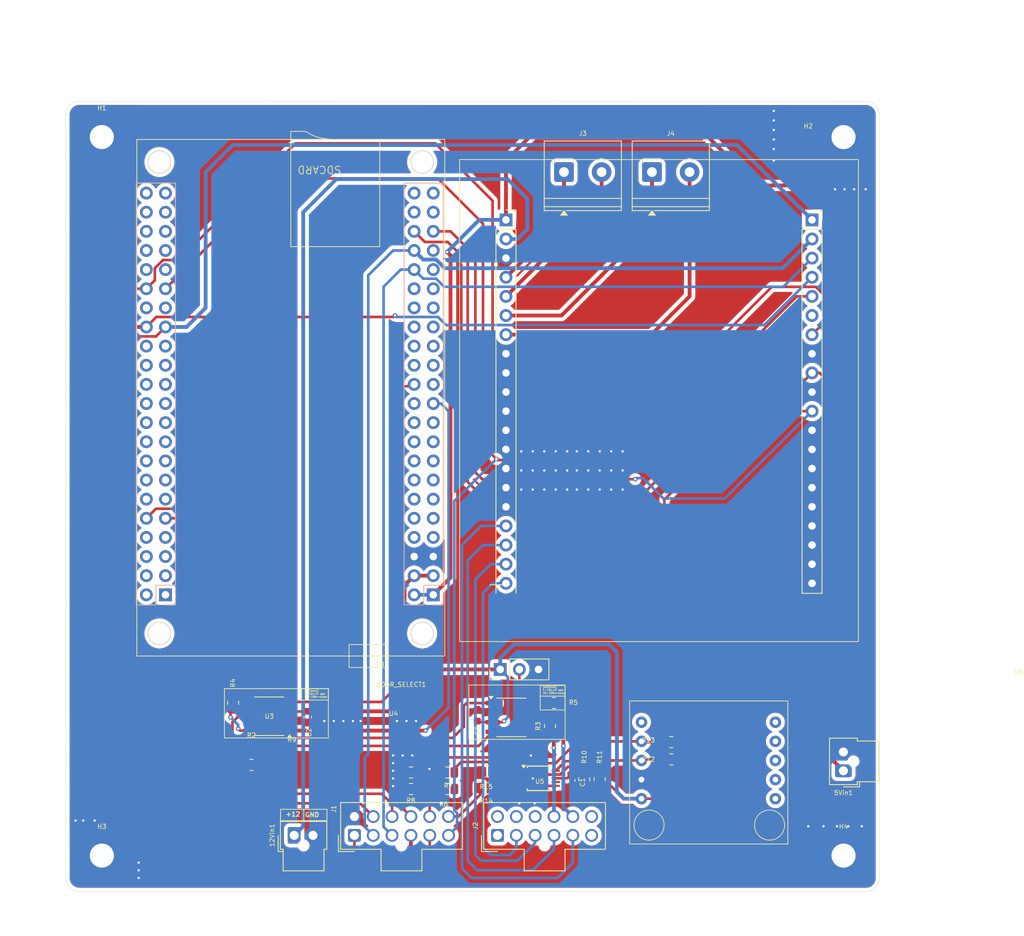
<source format=kicad_pcb>
(kicad_pcb (version 20241229) (generator "pcbnew") (generator_version "9.0")
  (layers (0 "F.Cu" signal) (2 "B.Cu" signal) (13 "F.Paste" user) (15 "B.Paste" user) (5 "F.SilkS" user "F.Silkscreen") (7 "B.SilkS" user "B.Silkscreen") (1 "F.Mask" user) (3 "B.Mask" user) (25 "Edge.Cuts" user))
  (net 0 "")
  (net 1 "APPS_IN2")
  (net 3 "GND")
  (net 8 "12V")
  (net 10 "STM_RX")
  (net 16 "5V")
  (net 23 "STM_TX")
  (net 24 "APPS_IN1")
  (net 25 "Net-(U3-Rs)")
  (net 29 "Net-(U4-Rs)")
  (net 38 "3V3")
  (net 52 "CAN2_RX")
  (net 53 "CAN1_TX")
  (net 65 "SCK")
  (net 71 "MISO")
  (net 80 "MOSI")
  (net 81 "SS")
  (net 84 "SDA")
  (net 86 "CAN1_RX")
  (net 87 "SCL")
  (net 88 "CAN2_TX")
  (net 92 "ESC1_LO")
  (net 93 "ESC1_HI")
  (net 94 "STEER")
  (net 95 "ESC2_HI")
  (net 98 "ADDR")
  (net 99 "ESC2_LO")
  (net 106 "APPS2")
  (net 107 "WS_RR")
  (net 108 "WS_RL")
  (net 109 "WS_FL")
  (net 110 "WS_FR")
  (net 111 "STEER_IN")
  (net 115 "APPS1")
  (net 119 "WS_FRo")
  (net 120 "WS_FLo")
  (net 121 "WS_RLo")
  (net 122 "WS_RRo")
  (footprint "Resistor_SMD:R_0805_2012Metric" (layer "F.Cu") (at 115.57 123.5475 90)
    (property "Reference" "R11")
    (property "Value" "10K")
  )
  (footprint "TerminalBlock_Phoenix:TerminalBlock_Phoenix_PT-1,5-2-5.0-H_1x02_P5.00mm_Horizontal" (layer "F.Cu") (at 110.824 42.926)
    (property "Reference" "J3")
    (property "Value" "wsout1")
  )
  (footprint "Resistor_SMD:R_0805_2012Metric" (layer "F.Cu") (at 113.511166 123.5475 90)
    (property "Reference" "R10")
    (property "Value" "10K")
  )
  (footprint "MountingHole:MountingHole_3.2mm_M3_ISO7380_Pad_TopBottom" (layer "F.Cu") (at 49.464269 133.687751)
    (property "Reference" "H3")
    (property "Value" "MountingHole_Pad")
  )
  (footprint "Package_SO:SOIC-8_3.9x4.9mm_P1.27mm" (layer "F.Cu") (at 103.8475 115.3395)
    (property "Reference" "U4")
    (property "Value" "SN65HVD230" (hide yes))
  )
  (footprint "0_bno055:0_BNO055" (layer "F.Cu") (at 129.118 139.637 180)
    (property "Reference" "U2" (hide yes))
    (property "Value" "~" (hide yes))
  )
  (footprint "Package_SO:TSSOP-10_3x3mm_P0.5mm" (layer "F.Cu") (at 107.578 123.428)
    (property "Reference" "U5")
    (property "Value" "ADS1115IDGS" (hide yes))
  )
  (footprint "Resistor_SMD:R_0805_2012Metric" (layer "F.Cu") (at 109.474 113.4345 180)
    (property "Reference" "R5")
    (property "Value" "1K")
  )
  (footprint "Connector_Molex:Molex_Nano-Fit_105309-xx02_1x02_P2.50mm_Vertical" (layer "F.Cu") (at 75 131 90)
    (property "Reference" "12Vin1")
    (property "Value" "Conn_01x02")
  )
  (footprint "Connector_Molex:Molex_Nano-Fit_105309-xx02_1x02_P2.50mm_Vertical" (layer "F.Cu") (at 147.927 122.428 180)
    (property "Reference" "5Vin1")
    (property "Value" "Conn_01x02")
  )
  (footprint "Resistor_SMD:R_0805_2012Metric" (layer "F.Cu") (at 100.6 124.714)
    (property "Reference" "R14")
    (property "Value" "5K")
  )
  (footprint "Capacitor_SMD:C_0603_1608Metric" (layer "F.Cu") (at 76.800389 115.306299 -90)
    (property "Reference" "C2")
    (property "Value" "0.1uF")
  )
  (footprint "Resistor_SMD:R_0805_2012Metric" (layer "F.Cu") (at 90.5275 122.65)
    (property "Reference" "R9")
    (property "Value" "3K3")
  )
  (footprint "Resistor_SMD:R_0805_2012Metric" (layer "F.Cu") (at 125.0715 120.904 180)
    (property "Reference" "R12")
    (property "Value" "10K")
  )
  (footprint "Resistor_SMD:R_0805_2012Metric" (layer "F.Cu") (at 100.6 122.514)
    (property "Reference" "R15")
    (property "Value" "3K3")
  )
  (footprint "Resistor_SMD:R_0805_2012Metric" (layer "F.Cu") (at 108.966 116.4825 -90)
    (property "Reference" "R3")
    (property "Value" "120")
  )
  (footprint "Connector_Molex:Molex_Nano-Fit_105310-xx12_2x06_P2.50mm_Vertical" (layer "F.Cu") (at 102 131 90)
    (property "Reference" "J2")
    (property "Value" "SIGNAL 2")
  )
  (footprint "Resistor_SMD:R_0805_2012Metric" (layer "F.Cu") (at 69.330889 121.643299 180)
    (property "Reference" "R2")
    (property "Value" "120")
  )
  (footprint "TerminalBlock_Phoenix:TerminalBlock_Phoenix_PT-1,5-2-5.0-H_1x02_P5.00mm_Horizontal" (layer "F.Cu") (at 122.508 42.926)
    (property "Reference" "J4")
    (property "Value" "wsout2")
  )
  (footprint "0_CUSTOM_PCB:wheelspeed" (layer "F.Cu") (at 123.444 36.196)
    (property "Reference" "U6")
    (property "Value" "~")
  )
  (footprint "Connector_PinHeader_2.54mm:PinHeader_1x03_P2.54mm_Vertical" (layer "F.Cu") (at 102.362 108.966 90)
    (property "Reference" "ADDR_SELECT1")
    (property "Value" "Conn_01x03")
  )
  (footprint "Capacitor_SMD:C_0603_1608Metric" (layer "F.Cu") (at 111.76 123.711 90)
    (property "Reference" "C1")
    (property "Value" "0.1uF")
  )
  (footprint "MountingHole:MountingHole_3.2mm_M3_ISO7380_Pad_TopBottom" (layer "F.Cu") (at 147.943572 38.288408)
    (property "Reference" "H2")
    (property "Value" "MountingHole_Pad")
  )
  (footprint "Package_SO:SOIC-8_3.9x4.9mm_P1.27mm" (layer "F.Cu") (at 71.693 115.189 180)
    (property "Reference" "U3")
    (property "Value" "SN65HVD230" (hide yes))
  )
  (footprint "Resistor_SMD:R_0805_2012Metric" (layer "F.Cu") (at 90.5275 124.85)
    (property "Reference" "R8")
    (property "Value" "5K")
  )
  (footprint "Resistor_SMD:R_0805_2012Metric" (layer "F.Cu") (at 95.3535 122.65)
    (property "Reference" "R7")
    (property "Value" "3K3")
  )
  (footprint "Resistor_SMD:R_0805_2012Metric" (layer "F.Cu") (at 95.3535 124.85)
    (property "Reference" "R6")
    (property "Value" "5K")
  )
  (footprint "Connector_Molex:Molex_Nano-Fit_105310-xx12_2x06_P2.50mm_Vertical" (layer "F.Cu") (at 83 131 90)
    (property "Reference" "J1")
    (property "Value" "SIGNAL 1")
  )
  (footprint "MountingHole:MountingHole_3.2mm_M3_ISO7380_Pad_TopBottom" (layer "F.Cu") (at 49.455797 38.279777)
    (property "Reference" "H1")
    (property "Value" "MountingHole_Pad")
  )
  (footprint "Resistor_SMD:R_0805_2012Metric" (layer "F.Cu") (at 66.894389 113.411799 -90)
    (property "Reference" "R4")
    (property "Value" "1K" (hide yes))
  )
  (footprint "Capacitor_SMD:C_0603_1608Metric" (layer "F.Cu") (at 99.314 115.049 90)
    (property "Reference" "C3")
    (property "Value" "0.1uF")
  )
  (footprint "MountingHole:MountingHole_3.2mm_M3_ISO7380_Pad_TopBottom" (layer "F.Cu") (at 147.943636 133.687528)
    (property "Reference" "H4")
    (property "Value" "MountingHole_Pad")
  )
  (footprint "Resistor_SMD:R_0805_2012Metric" (layer "F.Cu") (at 125.0715 118.618 180)
    (property "Reference" "R13")
    (property "Value" "10K")
  )
  (footprint "0_MCU:STM32H7XX" (layer "F.Cu") (at 83.312 115.824 180)
    (property "Reference" "U1")
    (property "Value" "~")
    (fp_circle (center 26.206 74.226) (end 27.706 74.226) (stroke (width 0.1)) (fill no) (layer "Edge.Cuts"))
    (fp_circle (center 26.206 11.636) (end 27.706 11.636) (stroke (width 0.1)) (fill no) (layer "Edge.Cuts"))
    (fp_circle (center -8.684 74.226) (end -7.184 74.226) (stroke (width 0.1)) (fill no) (layer "Edge.Cuts"))
    (fp_circle (center -8.684 11.636) (end -7.184 11.636) (stroke (width 0.1)) (fill no) (layer "Edge.Cuts"))
  )
  (gr_rect (start 98.1945 111.037243) (end 110.980755 118.252718) (stroke (width 0.1)) (fill no) (layer "F.SilkS"))
  (gr_rect (start 65.735675 111.520638) (end 79.53793 118.063385) (stroke (width 0.1)) (fill no) (layer "F.SilkS"))
  (gr_line (start 76.272142 127.540059) (end 76.272142 129.050266) (stroke (width 0.1)) (layer "F.SilkS"))
  (gr_line (start 107.682439 112.516969) (end 110.947876 112.516969) (stroke (width 0.1)) (layer "F.SilkS"))
  (gr_rect (start 75.978486 111.519953) (end 79.534486 113.043953) (stroke (width 0.1)) (fill no) (layer "F.SilkS"))
  (gr_rect (start 107.669647 111.094513) (end 110.979426 114.346876) (stroke (width 0.1)) (fill no) (layer "F.SilkS"))
  (gr_rect (start 73.194377 127.540059) (end 79.349907 129.050266) (stroke (width 0.1)) (fill no) (layer "F.SilkS"))
  (gr_line (start 44.691795 35.295767) (end 44.703775 136.68023) (stroke (width 0.05)) (layer "Edge.Cuts"))
  (gr_arc (start 152.704 136.680233) (mid 152.186277 137.93019) (end 150.936356 138.448) (stroke (width 0.05)) (layer "Edge.Cuts"))
  (gr_arc (start 44.691794 35.295767) (mid 45.213136 34.037136) (end 46.471767 33.515794) (stroke (width 0.05)) (layer "Edge.Cuts"))
  (gr_arc (start 150.936233 33.528) (mid 152.186233 34.045767) (end 152.704 35.295767) (stroke (width 0.05)) (layer "Edge.Cuts"))
  (gr_line (start 46.47177 138.448225) (end 150.936356 138.448) (stroke (width 0.05)) (layer "Edge.Cuts"))
  (gr_line (start 152.704 136.680233) (end 152.704 35.2958) (stroke (width 0.05)) (layer "Edge.Cuts"))
  (gr_arc (start 46.471767 138.448225) (mid 45.221608 137.930392) (end 44.703775 136.680233) (stroke (width 0.05)) (layer "Edge.Cuts"))
  (gr_line (start 150.936233 33.528001) (end 46.4718 33.515794) (stroke (width 0.05)) (layer "Edge.Cuts"))
  (gr_text "(optional)\n1-10k=hi spd\n10-100k=slope	" (at 107.977637 112.244181 0) (layer "F.SilkS") (effects (font (size 0.25 0.25) (thickness 0.05) (bold yes)) (justify left bottom)))
  (gr_text "(optional)\n1-10k=hi spd\n10-100k=slope	" (at 76.338993 112.753299 0) (layer "F.SilkS") (effects (font (size 0.25 0.25) (thickness 0.05) (bold yes)) (justify left bottom)))
  (gr_text "+12" (at 73.828288 128.544319 0) (layer "F.SilkS") (effects (font (size 0.6 0.6) (thickness 0.12) (bold yes)) (justify left bottom)))
  (gr_text "GND" (at 76.393388 128.619031 0) (layer "F.SilkS") (effects (font (size 0.6 0.6) (thickness 0.12) (bold yes)) (justify left bottom)))
  (segment (start 93 125.948) (end 94.098 124.85) (width 0.35) (layer "F.Cu") (net 1))
  (segment (start 94.098 124.85) (end 94.441 124.85) (width 0.35) (layer "F.Cu") (net 1))
  (segment (start 93 128.5) (end 93 125.948) (width 0.35) (layer "F.Cu") (net 1))
  (segment (start 100.724 125.388804) (end 102.081196 126.746) (width 0.35) (layer "F.Cu") (net 3))
  (segment (start 99.6875 122.514) (end 100.724 123.5505) (width 0.35) (layer "F.Cu") (net 3))
  (segment (start 99.314 114.274) (end 100.942 114.274) (width 0.35) (layer "F.Cu") (net 3))
  (segment (start 102.081196 126.746) (end 104.902 126.746) (width 0.35) (layer "F.Cu") (net 3))
  (segment (start 100.942 114.274) (end 101.3725 114.7045) (width 0.35) (layer "F.Cu") (net 3))
  (segment (start 100.724 123.5505) (end 100.724 125.388804) (width 0.35) (layer "F.Cu") (net 3))
  (segment (start 105.428 123.428) (end 106.664 123.428) (width 0.35) (layer "F.Cu") (net 3))
  (segment (start 106.664 123.428) (end 106.68 123.444) (width 0.35) (layer "F.Cu") (net 3))
  (via (at 117.094 80.01) (size 0.6) (drill 0.3) (layers "F.Cu" "B.Cu") (net 3))
  (via (at 104.902 126.746) (size 0.6) (drill 0.3) (layers "F.Cu" "B.Cu") (net 3))
  (via (at 106.426 120.396) (size 0.6) (drill 0.3) (layers "F.Cu" "B.Cu") (net 3))
  (via (at 88.138 120.396) (size 0.6) (drill 0.3) (layers "F.Cu" "B.Cu") (net 3))
  (via (at 117.094 82.55) (size 0.6) (drill 0.3) (layers "F.Cu" "B.Cu") (net 3))
  (via (at 118.618 82.55) (size 0.6) (drill 0.3) (layers "F.Cu" "B.Cu") (net 3))
  (via (at 108.204 82.55) (size 0.6) (drill 0.3) (layers "F.Cu" "B.Cu") (net 3))
  (via (at 89.916 115.824) (size 0.6) (drill 0.3) (layers "F.Cu" "B.Cu") (net 3))
  (via (at 109.728 80.01) (size 0.6) (drill 0.3) (layers "F.Cu" "B.Cu") (net 3))
  (via (at 118.618 80.01) (size 0.6) (drill 0.3) (layers "F.Cu" "B.Cu") (net 3))
  (via (at 105.156 85.09) (size 0.6) (drill 0.3) (layers "F.Cu" "B.Cu") (net 3))
  (via (at 54.356 135.636) (size 0.6) (drill 0.3) (layers "F.Cu" "B.Cu") (net 3))
  (via (at 111.252 82.55) (size 0.6) (drill 0.3) (layers "F.Cu" "B.Cu") (net 3))
  (via (at 106.934 126.746) (size 0.6) (drill 0.3) (layers "F.Cu" "B.Cu") (net 3))
  (via (at 108.204 85.09) (size 0.6) (drill 0.3) (layers "F.Cu" "B.Cu") (net 3))
  (via (at 90.678 120.396) (size 0.6) (drill 0.3) (layers "F.Cu" "B.Cu") (net 3))
  (via (at 138.684 37.338) (size 0.6) (drill 0.3) (layers "F.Cu" "B.Cu") (net 3))
  (via (at 105.156 80.01) (size 0.6) (drill 0.3) (layers "F.Cu" "B.Cu") (net 3))
  (via (at 112.522 82.55) (size 0.6) (drill 0.3) (layers "F.Cu" "B.Cu") (net 3))
  (via (at 118.618 85.09) (size 0.6) (drill 0.3) (layers "F.Cu" "B.Cu") (net 3))
  (via (at 92.964 122.174) (size 0.6) (drill 0.3) (layers "F.Cu" "B.Cu") (net 3))
  (via (at 115.57 82.55) (size 0.6) (drill 0.3) (layers "F.Cu" "B.Cu") (net 3))
  (via (at 81.534 115.824) (size 0.6) (drill 0.3) (layers "F.Cu" "B.Cu") (net 3))
  (via (at 109.728 82.55) (size 0.6) (drill 0.3) (layers "F.Cu" "B.Cu") (net 3))
  (via (at 106.68 82.55) (size 0.6) (drill 0.3) (layers "F.Cu" "B.Cu") (net 3))
  (via (at 48.514 129.032) (size 0.6) (drill 0.3) (layers "F.Cu" "B.Cu") (net 3))
  (via (at 108.204 80.01) (size 0.6) (drill 0.3) (layers "F.Cu" "B.Cu") (net 3))
  (via (at 114.046 80.01) (size 0.6) (drill 0.3) (layers "F.Cu" "B.Cu") (net 3))
  (via (at 150.876 45.212) (size 0.6) (drill 0.3) (layers "F.Cu" "B.Cu") (net 3))
  (via (at 138.684 36.068) (size 0.6) (drill 0.3) (layers "F.Cu" "B.Cu") (net 3))
  (via (at 106.68 85.09) (size 0.6) (drill 0.3) (layers "F.Cu" "B.Cu") (net 3))
  (via (at 111.252 85.09) (size 0.6) (drill 0.3) (layers "F.Cu" "B.Cu") (net 3))
  (via (at 111.252 80.01) (size 0.6) (drill 0.3) (layers "F.Cu" "B.Cu") (net 3))
  (via (at 82.804 115.824) (size 0.6) (drill 0.3) (layers "F.Cu" "B.Cu") (net 3))
  (via (at 94.488 126.746) (size 0.6) (drill 0.3) (layers "F.Cu" "B.Cu") (net 3))
  (via (at 46.99 129.032) (size 0.6) (drill 0.3) (layers "F.Cu" "B.Cu") (net 3))
  (via (at 149.352 45.212) (size 0.6) (drill 0.3) (layers "F.Cu" "B.Cu") (net 3))
  (via (at 138.684 38.608) (size 0.6) (drill 0.3) (layers "F.Cu" "B.Cu") (net 3))
  (via (at 91.186 115.824) (size 0.6) (drill 0.3) (layers "F.Cu" "B.Cu") (net 3))
  (via (at 117.094 85.09) (size 0.6) (drill 0.3) (layers "F.Cu" "B.Cu") (net 3))
  (via (at 109.728 85.09) (size 0.6) (drill 0.3) (layers "F.Cu" "B.Cu") (net 3))
  (via (at 112.522 80.01) (size 0.6) (drill 0.3) (layers "F.Cu" "B.Cu") (net 3))
  (via (at 54.356 134.62) (size 0.6) (drill 0.3) (layers "F.Cu" "B.Cu") (net 3))
  (via (at 88.646 115.824) (size 0.6) (drill 0.3) (layers "F.Cu" "B.Cu") (net 3))
  (via (at 147.066 129.794) (size 0.6) (drill 0.3) (layers "F.Cu" "B.Cu") (net 3))
  (via (at 138.684 39.878) (size 0.6) (drill 0.3) (layers "F.Cu" "B.Cu") (net 3))
  (via (at 89.408 120.396) (size 0.6) (drill 0.3) (layers "F.Cu" "B.Cu") (net 3))
  (via (at 148.59 129.794) (size 0.6) (drill 0.3) (layers "F.Cu" "B.Cu") (net 3))
  (via (at 88.138 123.444) (size 0.6) (drill 0.3) (layers "F.Cu" "B.Cu") (net 3))
  (via (at 145.288 129.794) (size 0.6) (drill 0.3) (layers "F.Cu" "B.Cu") (net 3))
  (via (at 88.138 122.428) (size 0.6) (drill 0.3) (layers "F.Cu" "B.Cu") (net 3))
  (via (at 138.684 34.798) (size 0.6) (drill 0.3) (layers "F.Cu" "B.Cu") (net 3))
  (via (at 105.156 82.55) (size 0.6) (drill 0.3) (layers "F.Cu" "B.Cu") (net 3))
  (via (at 80.264 115.824) (size 0.6) (drill 0.3) (layers "F.Cu" "B.Cu") (net 3))
  (via (at 146.812 45.212) (size 0.6) (drill 0.3) (layers "F.Cu" "B.Cu") (net 3))
  (via (at 115.57 80.01) (size 0.6) (drill 0.3) (layers "F.Cu" "B.Cu") (net 3))
  (via (at 78.994 115.824) (size 0.6) (drill 0.3) (layers "F.Cu" "B.Cu") (net 3))
  (via (at 138.684 41.402) (size 0.6) (drill 0.3) (layers "F.Cu" "B.Cu") (net 3))
  (via (at 45.974 129.032) (size 0.6) (drill 0.3) (layers "F.Cu" "B.Cu") (net 3))
  (via (at 88.138 121.412) (size 0.6) (drill 0.3) (layers "F.Cu" "B.Cu") (net 3))
  (via (at 143.256 129.794) (size 0.6) (drill 0.3) (layers "F.Cu" "B.Cu") (net 3))
  (via (at 54.356 136.652) (size 0.6) (drill 0.3) (layers "F.Cu" "B.Cu") (net 3))
  (via (at 114.046 82.55) (size 0.6) (drill 0.3) (layers "F.Cu" "B.Cu") (net 3))
  (via (at 106.68 80.01) (size 0.6) (drill 0.3) (layers "F.Cu" "B.Cu") (net 3))
  (via (at 114.046 85.09) (size 0.6) (drill 0.3) (layers "F.Cu" "B.Cu") (net 3))
  (via (at 115.57 85.09) (size 0.6) (drill 0.3) (layers "F.Cu" "B.Cu") (net 3))
  (via (at 83.82 115.824) (size 0.6) (drill 0.3) (layers "F.Cu" "B.Cu") (net 3))
  (via (at 148.082 45.212) (size 0.6) (drill 0.3) (layers "F.Cu" "B.Cu") (net 3))
  (via (at 106.68 123.444) (size 0.6) (drill 0.3) (layers "F.Cu" "B.Cu") (net 3))
  (via (at 112.522 85.09) (size 0.6) (drill 0.3) (layers "F.Cu" "B.Cu") (net 3))
  (via (at 88.138 124.46) (size 0.6) (drill 0.3) (layers "F.Cu" "B.Cu") (net 3))
  (via (at 150.368 129.794) (size 0.6) (drill 0.3) (layers "F.Cu" "B.Cu") (net 3))
  (segment (start 103.334725 43.860995) (end 105.95573 46.482) (width 0.508) (layer "B.Cu") (net 8))
  (segment (start 105.95573 46.482) (end 105.95573 50.50827) (width 0.508) (layer "B.Cu") (net 8))
  (segment (start 75 131) (end 76.2 129.8) (width 0.508) (layer "B.Cu") (net 8))
  (segment (start 76.2 129.8) (end 76.2 48.26) (width 0.508) (layer "B.Cu") (net 8))
  (segment (start 80.599005 43.860995) (end 103.334725 43.860995) (width 0.508) (layer "B.Cu") (net 8))
  (segment (start 76.2 48.26) (end 80.599005 43.860995) (width 0.508) (layer "B.Cu") (net 8))
  (segment (start 104.648 51.816) (end 103.124 51.816) (width 0.508) (layer "B.Cu") (net 8))
  (segment (start 105.95573 50.50827) (end 104.648 51.816) (width 0.508) (layer "B.Cu") (net 8))
  (segment (start 94.066 43.774) (end 100.076 49.784) (width 0.35) (layer "F.Cu") (net 10))
  (segment (start 100.076 49.784) (end 100.076 79.248) (width 0.35) (layer "F.Cu") (net 10))
  (segment (start 101.998 81.17) (end 119.998 81.17) (width 0.35) (layer "F.Cu") (net 10))
  (segment (start 101.854 81.026) (end 101.998 81.17) (width 0.35) (layer "F.Cu") (net 10))
  (segment (start 72.558 43.774) (end 94.066 43.774) (width 0.35) (layer "F.Cu") (net 10))
  (segment (start 141.732 59.436) (end 143.764 59.436) (width 0.35) (layer "F.Cu") (net 10))
  (segment (start 100.076 79.248) (end 101.854 81.026) (width 0.35) (layer "F.Cu") (net 10))
  (segment (start 57.912 58.42) (end 72.558 43.774) (width 0.35) (layer "F.Cu") (net 10))
  (segment (start 119.998 81.17) (end 141.732 59.436) (width 0.35) (layer "F.Cu") (net 10))
  (via (at 101.854 81.026) (size 0.6) (drill 0.3) (layers "F.Cu" "B.Cu") (net 10))
  (segment (start 95.5 131) (end 96.626 129.874) (width 0.35) (layer "B.Cu") (net 10))
  (segment (start 96.626 128.033595) (end 96.262644 127.670239) (width 0.35) (layer "B.Cu") (net 10))
  (segment (start 96.262644 127.670239) (end 96.262644 86.617356) (width 0.35) (layer "B.Cu") (net 10))
  (segment (start 96.262644 86.617356) (end 101.854 81.026) (width 0.35) (layer "B.Cu") (net 10))
  (segment (start 96.626 129.874) (end 96.626 128.033595) (width 0.35) (layer "B.Cu") (net 10))
  (segment (start 95.758 96.774) (end 95.758 53.993382) (width 0.508) (layer "F.Cu") (net 16))
  (segment (start 103.124 49.276) (end 103.124 41.402) (width 0.508) (layer "F.Cu") (net 16))
  (segment (start 129.54 37.846) (end 136.398 44.704) (width 0.508) (layer "F.Cu") (net 16))
  (segment (start 136.398 44.704) (end 144.272 44.704) (width 0.508) (layer "F.Cu") (net 16))
  (segment (start 146.472 120.973) (end 147.927 122.428) (width 0.508) (layer "F.Cu") (net 16))
  (segment (start 95.758 53.993382) (end 95.304309 53.539691) (width 0.508) (layer "F.Cu") (net 16))
  (segment (start 144.272 44.704) (end 146.472 46.904) (width 0.508) (layer "F.Cu") (net 16))
  (segment (start 103.124 41.402) (end 106.68 37.846) (width 0.508) (layer "F.Cu") (net 16))
  (segment (start 93.472 99.06) (end 95.758 96.774) (width 0.508) (layer "F.Cu") (net 16))
  (segment (start 106.68 37.846) (end 129.54 37.846) (width 0.508) (layer "F.Cu") (net 16))
  (segment (start 146.472 46.904) (end 146.472 120.973) (width 0.508) (layer "F.Cu") (net 16))
  (via (at 95.304309 53.539691) (size 0.6) (drill 0.3) (layers "F.Cu" "B.Cu") (net 16))
  (segment (start 99.568 49.276) (end 103.124 49.276) (width 0.508) (layer "B.Cu") (net 16))
  (segment (start 95.304309 53.539691) (end 99.568 49.276) (width 0.508) (layer "B.Cu") (net 16))
  (segment (start 90.932 99.06) (end 93.472 99.06) (width 0.508) (layer "B.Cu") (net 16))
  (segment (start 93 131) (end 93 134.076) (width 0.35) (layer "F.Cu") (net 23))
  (segment (start 55.372 58.42) (end 56.498 57.294) (width 0.35) (layer "F.Cu") (net 23))
  (segment (start 56.498 57.294) (end 56.498 55.701595) (width 0.35) (layer "F.Cu") (net 23))
  (segment (start 101.346 77.978) (end 101.998 78.63) (width 0.35) (layer "F.Cu") (net 23))
  (segment (start 57.589595 54.61) (end 59.69 54.61) (width 0.35) (layer "F.Cu") (net 23))
  (segment (start 93.726 39.116) (end 101.346 46.736) (width 0.35) (layer "F.Cu") (net 23))
  (segment (start 101.998 78.63) (end 117.966 78.63) (width 0.35) (layer "F.Cu") (net 23))
  (segment (start 145.542 62.738) (end 143.764 64.516) (width 0.35) (layer "F.Cu") (net 23))
  (segment (start 57.912 136.144) (end 49.784 128.016) (width 0.35) (layer "F.Cu") (net 23))
  (segment (start 59.69 54.61) (end 75.184 39.116) (width 0.35) (layer "F.Cu") (net 23))
  (segment (start 49.784 128.016) (end 49.784 62.484) (width 0.35) (layer "F.Cu") (net 23))
  (segment (start 117.966 78.63) (end 138.43 58.166) (width 0.35) (layer "F.Cu") (net 23))
  (segment (start 93 134.076) (end 90.932 136.144) (width 0.35) (layer "F.Cu") (net 23))
  (segment (start 145.542 59.436001) (end 145.542 62.738) (width 0.35) (layer "F.Cu") (net 23))
  (segment (start 138.43 58.166) (end 144.271999 58.166) (width 0.35) (layer "F.Cu") (net 23))
  (segment (start 49.784 62.484) (end 53.848 58.42) (width 0.35) (layer "F.Cu") (net 23))
  (segment (start 56.498 55.701595) (end 57.589595 54.61) (width 0.35) (layer "F.Cu") (net 23))
  (segment (start 90.932 136.144) (end 57.912 136.144) (width 0.35) (layer "F.Cu") (net 23))
  (segment (start 53.848 58.42) (end 55.372 58.42) (width 0.35) (layer "F.Cu") (net 23))
  (segment (start 144.271999 58.166) (end 145.542 59.436001) (width 0.35) (layer "F.Cu") (net 23))
  (segment (start 101.346 46.736) (end 101.346 77.978) (width 0.35) (layer "F.Cu") (net 23))
  (segment (start 75.184 39.116) (end 93.726 39.116) (width 0.35) (layer "F.Cu") (net 23))
  (segment (start 96.798 128.5) (end 95.5 128.5) (width 0.35) (layer "F.Cu") (net 24))
  (segment (start 99.6875 124.714) (end 99.6875 125.6105) (width 0.35) (layer "F.Cu") (net 24))
  (segment (start 99.6875 125.6105) (end 96.798 128.5) (width 0.35) (layer "F.Cu") (net 24))
  (segment (start 69.218 117.094) (end 67.818 117.094) (width 0.35) (layer "F.Cu") (net 25))
  (segment (start 66.548 114.670688) (end 66.894389 114.324299) (width 0.35) (layer "F.Cu") (net 25))
  (segment (start 67.818 117.094) (end 67.564 116.84) (width 0.35) (layer "F.Cu") (net 25))
  (segment (start 66.548 115.316) (end 66.548 114.670688) (width 0.35) (layer "F.Cu") (net 25))
  (via (at 67.564 116.84) (size 0.6) (drill 0.3) (layers "F.Cu" "B.Cu") (net 25))
  (via (at 66.548 115.316) (size 0.6) (drill 0.3) (layers "F.Cu" "B.Cu") (net 25))
  (segment (start 67.564 116.332) (end 66.548 115.316) (width 0.35) (layer "B.Cu") (net 25))
  (segment (start 67.564 116.84) (end 67.564 116.332) (width 0.35) (layer "B.Cu") (net 25))
  (segment (start 74.168 114.554) (end 76.777688 114.554) (width 0.35) (layer "F.Cu") (net 38))
  (segment (start 76.800389 114.531299) (end 88.414701 114.531299) (width 0.508) (layer "F.Cu") (net 38))
  (segment (start 88.414701 114.531299) (end 89.662 113.284) (width 0.508) (layer "F.Cu") (net 38))
  (segment (start 90.424 108.966) (end 89.662 108.204) (width 0.508) (layer "F.Cu") (net 38))
  (segment (start 102.362 108.966) (end 90.678 108.966) (width 0.508) (layer "F.Cu") (net 38))
  (segment (start 125.984 124.206) (end 125.984 120.904) (width 0.35) (layer "F.Cu") (net 38))
  (segment (start 90.932 96.52) (end 93.472 96.52) (width 0.508) (layer "F.Cu") (net 38))
  (segment (start 90.678 108.966) (end 89.662 108.966) (width 0.508) (layer "F.Cu") (net 38))
  (segment (start 124.053 126.137) (end 125.984 124.206) (width 0.35) (layer "F.Cu") (net 38))
  (segment (start 118.771 126.137) (end 121.118 126.137) (width 0.35) (layer "F.Cu") (net 38))
  (segment (start 90.932 96.52) (end 89.662 97.79) (width 0.508) (layer "F.Cu") (net 38))
  (segment (start 111.76 122.936) (end 111.987166 122.936) (width 0.35) (layer "F.Cu") (net 38))
  (segment (start 111.76 122.936) (end 111.268 123.428) (width 0.35) (layer "F.Cu") (net 38))
  (segment (start 111.987166 122.936) (end 113.511166 124.46) (width 0.35) (layer "F.Cu") (net 38))
  (segment (start 101.3725 115.9745) (end 102.7195 115.9745) (width 0.35) (layer "F.Cu") (net 38))
  (segment (start 89.662 108.204) (end 89.662 98.552) (width 0.508) (layer "F.Cu") (net 38))
  (segment (start 121.118 126.137) (end 124.053 126.137) (width 0.35) (layer "F.Cu") (net 38))
  (segment (start 89.662 109.474) (end 89.662 108.966) (width 0.508) (layer "F.Cu") (net 38))
  (segment (start 90.424 108.966) (end 90.17 108.966) (width 0.508) (layer "F.Cu") (net 38))
  (segment (start 111.268 123.428) (end 109.728 123.428) (width 0.35) (layer "F.Cu") (net 38))
  (segment (start 125.984 118.618) (end 125.984 120.904) (width 0.35) (layer "F.Cu") (net 38))
  (segment (start 99.4645 115.9745) (end 99.314 115.824) (width 0.35) (layer "F.Cu") (net 38))
  (segment (start 89.662 108.966) (end 89.662 108.204) (width 0.508) (layer "F.Cu") (net 38))
  (segment (start 89.662 97.79) (end 89.662 98.552) (width 0.508) (layer "F.Cu") (net 38))
  (segment (start 115.57 124.46) (end 117.094 124.46) (width 0.35) (layer "F.Cu") (net 38))
  (segment (start 90.17 108.966) (end 89.662 109.474) (width 0.508) (layer "F.Cu") (net 38))
  (segment (start 101.3725 115.9745) (end 99.4645 115.9745) (width 0.35) (layer "F.Cu") (net 38))
  (segment (start 76.777688 114.554) (end 76.800389 114.531299) (width 0.35) (layer "F.Cu") (net 38))
  (segment (start 117.094 124.46) (end 118.771 126.137) (width 0.35) (layer "F.Cu") (net 38))
  (segment (start 90.678 108.966) (end 90.424 108.966) (width 0.508) (layer "F.Cu") (net 38))
  (segment (start 89.662 113.284) (end 89.662 109.474) (width 0.508) (layer "F.Cu") (net 38))
  (segment (start 113.511166 124.46) (end 115.57 124.46) (width 0.35) (layer "F.Cu") (net 38))
  (segment (start 102.7195 115.9745) (end 102.87 115.824) (width 0.35) (layer "F.Cu") (net 38))
  (via (at 102.87 115.824) (size 0.6) (drill 0.3) (layers "F.Cu" "B.Cu") (net 38))
  (segment (start 118.771 126.137) (end 121.118 126.137) (width 0.508) (layer "B.Cu") (net 38))
  (segment (start 102.362 107.442) (end 104.14 105.664) (width 0.508) (layer "B.Cu") (net 38))
  (segment (start 102.362 108.966) (end 102.362 107.442) (width 0.508) (layer "B.Cu") (net 38))
  (segment (start 116.84 105.664) (end 117.856 106.68) (width 0.508) (layer "B.Cu") (net 38))
  (segment (start 117.856 106.68) (end 117.856 125.222) (width 0.508) (layer "B.Cu") (net 38))
  (segment (start 104.14 105.664) (end 116.84 105.664) (width 0.508) (layer "B.Cu") (net 38))
  (segment (start 117.856 125.222) (end 118.771 126.137) (width 0.508) (layer "B.Cu") (net 38))
  (segment (start 103.378 115.316) (end 103.378 109.982) (width 0.35) (layer "B.Cu") (net 38))
  (segment (start 102.87 115.824) (end 103.378 115.316) (width 0.35) (layer "B.Cu") (net 38))
  (segment (start 103.378 109.982) (end 102.362 108.966) (width 0.35) (layer "B.Cu") (net 38))
  (segment (start 101.3725 117.2445) (end 99.491 119.126) (width 0.35) (layer "F.Cu") (net 52))
  (segment (start 71.603591 92.177591) (end 69.723 90.297) (width 0.35) (layer "F.Cu") (net 52))
  (segment (start 71.603591 118.086758) (end 71.603591 92.177591) (width 0.35) (layer "F.Cu") (net 52))
  (segment (start 69.723 90.297) (end 68.326 88.9) (width 0.35) (layer "F.Cu") (net 52))
  (segment (start 68.326 88.9) (end 57.912 88.9) (width 0.35) (layer "F.Cu") (net 52))
  (segment (start 69.723 90.297) (end 69.596 90.17) (width 0.35) (layer "F.Cu") (net 52))
  (segment (start 99.491 119.126) (end 72.642833 119.126) (width 0.35) (layer "F.Cu") (net 52))
  (segment (start 72.642833 119.126) (end 71.603591 118.086758) (width 0.35) (layer "F.Cu") (net 52))
  (segment (start 74.168 117.094) (end 92.456 117.094) (width 0.508) (layer "F.Cu") (net 53))
  (via (at 92.456 117.094) (size 0.6) (drill 0.3) (layers "F.Cu" "B.Cu") (net 53))
  (segment (start 95.504 74.676) (end 94.488 73.66) (width 0.35) (layer "B.Cu") (net 53))
  (segment (start 92.456 117.094) (end 95.504 114.046) (width 0.35) (layer "B.Cu") (net 53))
  (segment (start 94.488 73.66) (end 93.472 73.66) (width 0.35) (layer "B.Cu") (net 53))
  (segment (start 95.504 114.046) (end 95.504 74.676) (width 0.35) (layer "B.Cu") (net 53))
  (segment (start 57.912 63.5) (end 56.661435 64.750565) (width 0.35) (layer "F.Cu") (net 65))
  (segment (start 65.278 133.858) (end 82.042 133.858) (width 0.35) (layer "F.Cu") (net 65))
  (segment (start 53.34 121.92) (end 65.278 133.858) (width 0.35) (layer "F.Cu") (net 65))
  (segment (start 56.661435 64.750565) (end 54.629435 64.750565) (width 0.35) (layer "F.Cu") (net 65))
  (segment (start 83 132.9) (end 83 131) (width 0.35) (layer "F.Cu") (net 65))
  (segment (start 54.629435 64.750565) (end 53.34 66.04) (width 0.35) (layer "F.Cu") (net 65))
  (segment (start 53.34 66.04) (end 53.34 121.92) (width 0.35) (layer "F.Cu") (net 65))
  (segment (start 82.042 133.858) (end 83 132.9) (width 0.35) (layer "F.Cu") (net 65))
  (segment (start 63.246 60.96) (end 63.246 42.926) (width 0.508) (layer "B.Cu") (net 65))
  (segment (start 60.706 63.5) (end 63.246 60.96) (width 0.508) (layer "B.Cu") (net 65))
  (segment (start 63.246 42.926) (end 66.829 39.343) (width 0.508) (layer "B.Cu") (net 65))
  (segment (start 66.829 39.343) (end 133.831 39.343) (width 0.508) (layer "B.Cu") (net 65))
  (segment (start 133.831 39.343) (end 143.764 49.276) (width 0.508) (layer "B.Cu") (net 65))
  (segment (start 57.912 63.5) (end 60.706 63.5) (width 0.508) (layer "B.Cu") (net 65))
  (segment (start 84.836 56.642) (end 88.138 53.34) (width 0.35) (layer "B.Cu") (net 71))
  (segment (start 94.987128 55.691) (end 93.841128 54.545) (width 0.508) (layer "B.Cu") (net 71))
  (segment (start 93.841128 54.545) (end 92.137 54.545) (width 0.508) (layer "B.Cu") (net 71))
  (segment (start 88.138 53.34) (end 90.932 53.34) (width 0.35) (layer "B.Cu") (net 71))
  (segment (start 84.836 120.194588) (end 84.836 56.642) (width 0.35) (layer "B.Cu") (net 71))
  (segment (start 84.836 120.194588) (end 84.374 120.656588) (width 0.35) (layer "B.Cu") (net 71))
  (segment (start 139.889 55.691) (end 94.987128 55.691) (width 0.508) (layer "B.Cu") (net 71))
  (segment (start 84.374 120.656588) (end 84.374 129.874) (width 0.35) (layer "B.Cu") (net 71))
  (segment (start 92.137 54.545) (end 90.932 53.34) (width 0.508) (layer "B.Cu") (net 71))
  (segment (start 143.764 51.816) (end 139.889 55.691) (width 0.508) (layer "B.Cu") (net 71))
  (segment (start 84.374 129.874) (end 85.5 131) (width 0.35) (layer "B.Cu") (net 71))
  (segment (start 139.954 58.166) (end 94.922128 58.166) (width 0.35) (layer "B.Cu") (net 80))
  (segment (start 86.874 58.16) (end 89.154 55.88) (width 0.35) (layer "B.Cu") (net 80))
  (segment (start 86.874 129.874) (end 88 131) (width 0.35) (layer "B.Cu") (net 80))
  (segment (start 93.841128 57.085) (end 92.137 57.085) (width 0.35) (layer "B.Cu") (net 80))
  (segment (start 92.137 57.085) (end 90.932 55.88) (width 0.35) (layer "B.Cu") (net 80))
  (segment (start 86.874 129.874) (end 86.874 58.16) (width 0.35) (layer "B.Cu") (net 80))
  (segment (start 143.764 54.356) (end 139.954 58.166) (width 0.35) (layer "B.Cu") (net 80))
  (segment (start 94.922128 58.166) (end 93.841128 57.085) (width 0.35) (layer "B.Cu") (net 80))
  (segment (start 89.154 55.88) (end 90.932 55.88) (width 0.35) (layer "B.Cu") (net 80))
  (segment (start 88.203 62.165) (end 56.707 62.165) (width 0.35) (layer "F.Cu") (net 81))
  (segment (start 58.42 134.874) (end 89.916 134.874) (width 0.508) (layer "F.Cu") (net 81))
  (segment (start 51.816 128.27) (end 58.42 134.874) (width 0.508) (layer "F.Cu") (net 81))
  (segment (start 88.392 61.976) (end 88.203 62.165) (width 0.35) (layer "F.Cu") (net 81))
  (segment (start 56.707 62.165) (end 55.372 63.5) (width 0.35) (layer "F.Cu") (net 81))
  (segment (start 51.816 65.278) (end 51.816 128.27) (width 0.508) (layer "F.Cu") (net 81))
  (segment (start 55.372 63.5) (end 53.594 63.5) (width 0.508) (layer "F.Cu") (net 81))
  (segment (start 89.916 134.874) (end 90.5 134.29) (width 0.508) (layer "F.Cu") (net 81))
  (segment (start 53.594 63.5) (end 51.816 65.278) (width 0.508) (layer "F.Cu") (net 81))
  (segment (start 90.5 134.29) (end 90.5 131) (width 0.508) (layer "F.Cu") (net 81))
  (via (at 88.392 61.976) (size 0.6) (drill 0.3) (layers "F.Cu" "B.Cu") (net 81))
  (segment (start 88.581 62.165) (end 88.392 61.976) (width 0.35) (layer "B.Cu") (net 81))
  (segment (start 94.101128 62.165) (end 88.581 62.165) (width 0.35) (layer "B.Cu") (net 81))
  (segment (start 137.414 63.246) (end 95.182128 63.246) (width 0.35) (layer "B.Cu") (net 81))
  (segment (start 143.764 56.896) (end 137.414 63.246) (width 0.35) (layer "B.Cu") (net 81))
  (segment (start 95.182128 63.246) (end 94.101128 62.165) (width 0.35) (layer "B.Cu") (net 81))
  (segment (start 124.159 118.618) (end 124.159 86.407) (width 0.35) (layer "F.Cu") (net 84))
  (segment (start 115.316 118.517) (end 121.118 118.517) (width 0.35) (layer "F.Cu") (net 84))
  (segment (start 107.696 121.92) (end 108.204 121.412) (width 0.35) (layer "F.Cu") (net 84))
  (segment (start 107.696 122.428) (end 107.696 121.92) (width 0.35) (layer "F.Cu") (net 84))
  (segment (start 124.159 118.618) (end 121.219 118.618) (width 0.35) (layer "F.Cu") (net 84))
  (segment (start 120.286 83.71) (end 99.966 83.71) (width 0.35) (layer "F.Cu") (net 84))
  (segment (start 108.204 122.936) (end 107.696 122.428) (width 0.35) (layer "F.Cu") (net 84))
  (segment (start 108.204 121.412) (end 109.728 121.412) (width 0.35) (layer "F.Cu") (net 84))
  (segment (start 109.728 122.928) (end 108.974 122.928) (width 0.35) (layer "F.Cu") (net 84))
  (segment (start 111.316 121.92) (end 110.308 122.928) (width 0.35) (layer "F.Cu") (net 84))
  (segment (start 108.974 122.928) (end 108.966 122.936) (width 0.35) (layer "F.Cu") (net 84))
  (segment (start 110.308 122.928) (end 109.728 122.928) (width 0.35) (layer "F.Cu") (net 84))
  (segment (start 112.623 118.517) (end 114.3 118.517) (width 0.35) (layer "F.Cu") (net 84))
  (segment (start 135.89 74.676) (end 143.764 74.676) (width 0.35) (layer "F.Cu") (net 84))
  (segment (start 112.796166 121.92) (end 111.316 121.92) (width 0.35) (layer "F.Cu") (net 84))
  (segment (start 108.966 122.936) (end 108.204 122.936) (width 0.35) (layer "F.Cu") (net 84))
  (segment (start 113.511166 122.635) (end 112.796166 121.92) (width 0.35) (layer "F.Cu") (net 84))
  (segment (start 109.728 121.412) (end 112.623 118.517) (width 0.35) (layer "F.Cu") (net 84))
  (segment (start 124.159 86.407) (end 135.89 74.676) (width 0.35) (layer "F.Cu") (net 84))
  (segment (start 99.06 82.804) (end 99.06 54.102) (width 0.35) (layer "F.Cu") (net 84))
  (segment (start 99.966 83.71) (end 99.06 82.804) (width 0.35) (layer "F.Cu") (net 84))
  (segment (start 114.808 118.517) (end 115.316 118.517) (width 0.35) (layer "F.Cu") (net 84))
  (segment (start 99.06 54.102) (end 95.758 50.8) (width 0.35) (layer "F.Cu") (net 84))
  (segment (start 95.758 50.8) (end 93.472 50.8) (width 0.35) (layer "F.Cu") (net 84))
  (segment (start 114.3 118.517) (end 114.808 118.517) (width 0.35) (layer "F.Cu") (net 84))
  (via (at 120.286 83.71) (size 0.6) (drill 0.3) (layers "F.Cu" "B.Cu") (net 84))
  (segment (start 120.43 83.566) (end 121.318 83.566) (width 0.35) (layer "B.Cu") (net 84))
  (segment (start 120.286 83.71) (end 120.43 83.566) (width 0.35) (layer "B.Cu") (net 84))
  (segment (start 124.032 86.28) (end 132.16 86.28) (width 0.35) (layer "B.Cu") (net 84))
  (segment (start 121.318 83.566) (end 124.032 86.28) (width 0.35) (layer "B.Cu") (net 84))
  (segment (start 132.16 86.28) (end 143.764 74.676) (width 0.35) (layer "B.Cu") (net 84))
  (segment (start 86.614 113.284) (end 88.138 111.76) (width 0.35) (layer "F.Cu") (net 86))
  (segment (start 88.138 72.39) (end 89.154 71.374) (width 0.35) (layer "F.Cu") (net 86))
  (segment (start 89.154 71.374) (end 90.678 71.374) (width 0.35) (layer "F.Cu") (net 86))
  (segment (start 74.168 113.284) (end 86.614 113.284) (width 0.35) (layer "F.Cu") (net 86))
  (segment (start 90.678 71.374) (end 90.932 71.12) (width 0.35) (layer "F.Cu") (net 86))
  (segment (start 88.138 111.76) (end 88.138 72.39) (width 0.35) (layer "F.Cu") (net 86))
  (segment (start 145.542 70.358) (end 144.78 69.596) (width 0.35) (layer "F.Cu") (net 87))
  (segment (start 121.118 121.057) (end 117.148 121.057) (width 0.35) (layer "F.Cu") (net 87))
  (segment (start 110.998 121.158) (end 109.728 122.428) (width 0.35) (layer "F.Cu") (net 87))
  (segment (start 120.78981 86.22019) (end 136.398 70.612) (width 0.35) (layer "F.Cu") (net 87))
  (segment (start 124.159 120.904) (end 121.271 120.904) (width 0.35) (layer "F.Cu") (net 87))
  (segment (start 92.346 52.214) (end 95.394 52.214) (width 0.35) (layer "F.Cu") (net 87))
  (segment (start 124.159 120.904) (end 125.1165 119.9465) (width 0.35) (layer "F.Cu") (net 87))
  (segment (start 115.57 122.635) (end 114.093 121.158) (width 0.35) (layer "F.Cu") (net 87))
  (segment (start 145.542 110.49) (end 145.542 70.358) (width 0.35) (layer "F.Cu") (net 87))
  (segment (start 100.19019 86.22019) (end 120.78981 86.22019) (width 0.35) (layer "F.Cu") (net 87))
  (segment (start 143.764 112.268) (end 145.542 110.49) (width 0.35) (layer "F.Cu") (net 87))
  (segment (start 114.093 121.158) (end 112.776 121.158) (width 0.35) (layer "F.Cu") (net 87))
  (segment (start 125.1165 119.9465) (end 125.1165 114.4055) (width 0.35) (layer "F.Cu") (net 87))
  (segment (start 98.044 84.074) (end 100.19019 86.22019) (width 0.35) (layer "F.Cu") (net 87))
  (segment (start 117.148 121.057) (end 115.57 122.635) (width 0.35) (layer "F.Cu") (net 87))
  (segment (start 125.1165 114.4055) (end 127.254 112.268) (width 0.35) (layer "F.Cu") (net 87))
  (segment (start 95.394 52.214) (end 98.044 54.864) (width 0.35) (layer "F.Cu") (net 87))
  (segment (start 98.044 54.864) (end 98.044 84.074) (width 0.35) (layer "F.Cu") (net 87))
  (segment (start 144.78 69.596) (end 143.764 69.596) (width 0.35) (layer "F.Cu") (net 87))
  (segment (start 136.398 70.612) (end 142.748 70.612) (width 0.35) (layer "F.Cu") (net 87))
  (segment (start 127.254 112.268) (end 143.764 112.268) (width 0.35) (layer "F.Cu") (net 87))
  (segment (start 90.932 50.8) (end 92.346 52.214) (width 0.35) (layer "F.Cu") (net 87))
  (segment (start 142.748 70.612) (end 143.764 69.596) (width 0.35) (layer "F.Cu") (net 87))
  (segment (start 112.776 121.158) (end 110.998 121.158) (width 0.35) (layer "F.Cu") (net 87))
  (segment (start 97.8935 113.4345) (end 101.3725 113.4345) (width 0.35) (layer "F.Cu") (net 88))
  (segment (start 97.536 113.792) (end 97.8935 113.4345) (width 0.35) (layer "F.Cu") (net 88))
  (segment (start 69.088 87.63) (end 72.535173 91.077173) (width 0.35) (layer "F.Cu") (net 88))
  (segment (start 73.338102 118.057416) (end 96.064584 118.057416) (width 0.35) (layer "F.Cu") (net 88))
  (segment (start 97.536 116.586) (end 97.536 113.792) (width 0.35) (layer "F.Cu") (net 88))
  (segment (start 96.064584 118.057416) (end 97.536 116.586) (width 0.35) (layer "F.Cu") (net 88))
  (segment (start 72.535173 117.254487) (end 73.338102 118.057416) (width 0.35) (layer "F.Cu") (net 88))
  (segment (start 72.535173 91.077173) (end 72.535173 117.254487) (width 0.35) (layer "F.Cu") (net 88))
  (segment (start 56.642 87.63) (end 69.088 87.63) (width 0.35) (layer "F.Cu") (net 88))
  (segment (start 55.372 88.9) (end 56.642 87.63) (width 0.35) (layer "F.Cu") (net 88))
  (segment (start 68.418389 119.357299) (end 68.418389 121.643299) (width 0.35) (layer "F.Cu") (net 92))
  (segment (start 68.418389 125.568389) (end 69.596 126.746) (width 0.35) (layer "F.Cu") (net 92))
  (segment (start 83.746 126.746) (end 85.5 128.5) (width 0.35) (layer "F.Cu") (net 92))
  (segment (start 68.418389 119.357299) (end 66.802 117.74091) (width 0.35) (layer "F.Cu") (net 92))
  (segment (start 68.243001 114.554) (end 69.218 114.554) (width 0.35) (layer "F.Cu") (net 92))
  (segment (start 66.802 117.74091) (end 66.802 115.995001) (width 0.35) (layer "F.Cu") (net 92))
  (segment (start 66.802 115.995001) (end 68.243001 114.554) (width 0.35) (layer "F.Cu") (net 92))
  (segment (start 69.596 126.746) (end 83.746 126.746) (width 0.35) (layer "F.Cu") (net 92))
  (segment (start 68.418389 121.643299) (end 68.418389 125.568389) (width 0.35) (layer "F.Cu") (net 92))
  (segment (start 70.612 116.078) (end 70.612 118.988688) (width 0.35) (layer "F.Cu") (net 93))
  (segment (start 70.243389 119.357299) (end 70.243389 121.643299) (width 0.35) (layer "F.Cu") (net 93))
  (segment (start 86.614 125.476) (end 88 126.862) (width 0.35) (layer "F.Cu") (net 93))
  (segment (start 70.358 115.824) (end 70.612 116.078) (width 0.35) (layer "F.Cu") (net 93))
  (segment (start 70.612 118.988688) (end 70.243389 119.357299) (width 0.35) (layer "F.Cu") (net 93))
  (segment (start 70.243389 121.643299) (end 70.243389 124.853389) (width 0.35) (layer "F.Cu") (net 93))
  (segment (start 69.218 115.824) (end 70.358 115.824) (width 0.35) (layer "F.Cu") (net 93))
  (segment (start 70.866 125.476) (end 86.614 125.476) (width 0.35) (layer "F.Cu") (net 93))
  (segment (start 70.243389 124.853389) (end 70.866 125.476) (width 0.35) (layer "F.Cu") (net 93))
  (segment (start 88 126.862) (end 88 128.5) (width 0.35) (layer "F.Cu") (net 93))
  (segment (start 104.602 122.89) (end 104.602 123.829) (width 0.35) (layer "F.Cu") (net 94))
  (segment (start 91.44 121.666) (end 92.456 120.65) (width 0.35) (layer "F.Cu") (net 94))
  (segment (start 91.44 124.85) (end 91.44 122.65) (width 0.35) (layer "F.Cu") (net 94))
  (segment (start 91.44 122.65) (end 91.44 121.666) (width 0.35) (layer "F.Cu") (net 94))
  (segment (start 102.362 120.65) (end 104.602 122.89) (width 0.35) (layer "F.Cu") (net 94))
  (segment (start 104.701 123.928) (end 105.428 123.928) (width 0.35) (layer "F.Cu") (net 94))
  (segment (start 92.456 120.65) (end 102.362 120.65) (width 0.35) (layer "F.Cu") (net 94))
  (segment (start 104.602 123.829) (end 104.701 123.928) (width 0.35) (layer "F.Cu") (net 94))
  (segment (start 106.3225 114.7045) (end 108.1005 114.7045) (width 0.508) (layer "F.Cu") (net 95))
  (segment (start 110.744 117.348) (end 110.744 119.126) (width 0.508) (layer "F.Cu") (net 95))
  (segment (start 108.1005 114.7045) (end 108.966 115.57) (width 0.508) (layer "F.Cu") (net 95))
  (segment (start 108.966 115.57) (end 110.744 117.348) (width 0.508) (layer "F.Cu") (net 95))
  (via (at 110.744 119.126) (size 0.6) (drill 0.3) (layers "F.Cu" "B.Cu") (net 95))
  (segment (start 110.744 127.244) (end 112 128.5) (width 0.508) (layer "B.Cu") (net 95))
  (segment (start 110.744 119.126) (end 110.744 127.244) (width 0.508) (layer "B.Cu") (net 95))
  (segment (start 104.902 121.902) (end 105.428 122.428) (width 0.35) (layer "F.Cu") (net 98))
  (segment (start 104.902 108.966) (end 104.902 121.902) (width 0.35) (layer "F.Cu") (net 98))
  (segment (start 109.474 117.903) (end 108.966 117.395) (width 0.508) (layer "F.Cu") (net 99))
  (segment (start 107.5455 115.9745) (end 108.966 117.395) (width 0.508) (layer "F.Cu") (net 99))
  (segment (start 106.3225 115.9745) (end 107.5455 115.9745) (width 0.508) (layer "F.Cu") (net 99))
  (segment (start 109.474 119.38) (end 109.474 117.903) (width 0.508) (layer "F.Cu") (net 99))
  (via (at 109.474 119.38) (size 0.6) (drill 0.3) (layers "F.Cu" "B.Cu") (net 99))
  (segment (start 109.5 119.406) (end 109.474 119.38) (width 0.508) (layer "B.Cu") (net 99))
  (segment (start 109.5 128.5) (end 109.5 119.406) (width 0.508) (layer "B.Cu") (net 99))
  (segment (start 96.266 122.174) (end 97.182553 121.257447) (width 0.35) (layer "F.Cu") (net 106))
  (segment (start 96.266 124.85) (end 96.266 122.65) (width 0.35) (layer "F.Cu") (net 106))
  (segment (start 97.182553 121.257447) (end 101.953447 121.257447) (width 0.35) (layer "F.Cu") (net 106))
  (segment (start 104.362 124.428) (end 105.428 124.428) (width 0.35) (layer "F.Cu") (net 106))
  (segment (start 96.266 122.65) (end 96.266 122.174) (width 0.35) (layer "F.Cu") (net 106))
  (segment (start 101.953447 121.257447) (end 103.632 122.936) (width 0.35) (layer "F.Cu") (net 106))
  (segment (start 103.632 123.698) (end 104.362 124.428) (width 0.35) (layer "F.Cu") (net 106))
  (segment (start 103.632 122.936) (end 103.632 123.698) (width 0.35) (layer "F.Cu") (net 106))
  (segment (start 107 131) (end 107 132.014) (width 0.35) (layer "B.Cu") (net 107))
  (segment (start 99.06 97.028) (end 101.092 94.996) (width 0.35) (layer "B.Cu") (net 107))
  (segment (start 99.06 133.604) (end 99.06 97.028) (width 0.35) (layer "B.Cu") (net 107))
  (segment (start 104.648 134.366) (end 99.822 134.366) (width 0.35) (layer "B.Cu") (net 107))
  (segment (start 107 132.014) (end 104.648 134.366) (width 0.35) (layer "B.Cu") (net 107))
  (segment (start 101.092 94.996) (end 103.124 94.996) (width 0.35) (layer "B.Cu") (net 107))
  (segment (start 99.822 134.366) (end 99.06 133.604) (width 0.35) (layer "B.Cu") (net 107))
  (segment (start 104.5 131) (end 104.5 132.736) (width 0.35) (layer "B.Cu") (net 108))
  (segment (start 101.346 97.536) (end 103.124 97.536) (width 0.35) (layer "B.Cu") (net 108))
  (segment (start 104.5 132.736) (end 103.632 133.604) (width 0.35) (layer "B.Cu") (net 108))
  (segment (start 100.076 132.588) (end 100.076 98.806) (width 0.35) (layer "B.Cu") (net 108))
  (segment (start 101.092 133.604) (end 100.076 132.588) (width 0.35) (layer "B.Cu") (net 108))
  (segment (start 100.076 98.806) (end 101.346 97.536) (width 0.35) (layer "B.Cu") (net 108))
  (segment (start 103.632 133.604) (end 101.092 133.604) (width 0.35) (layer "B.Cu") (net 108))
  (segment (start 98.044 94.488) (end 100.076 92.456) (width 0.35) (layer "B.Cu") (net 109))
  (segment (start 100.076 92.456) (end 103.124 92.456) (width 0.35) (layer "B.Cu") (net 109))
  (segment (start 109.5 131) (end 109.5 132.816) (width 0.35) (layer "B.Cu") (net 109))
  (segment (start 109.5 132.816) (end 106.68 135.636) (width 0.35) (layer "B.Cu") (net 109))
  (segment (start 106.68 135.636) (end 99.314 135.636) (width 0.35) (layer "B.Cu") (net 109))
  (segment (start 98.044 134.366) (end 98.044 94.488) (width 0.35) (layer "B.Cu") (net 109))
  (segment (start 99.314 135.636) (end 98.044 134.366) (width 0.35) (layer "B.Cu") (net 109))
  (segment (start 99.822 89.916) (end 97.282 92.456) (width 0.35) (layer "B.Cu") (net 110))
  (segment (start 112 134.634) (end 112 131) (width 0.35) (layer "B.Cu") (net 110))
  (segment (start 97.282 135.382) (end 98.552 136.652) (width 0.35) (layer "B.Cu") (net 110))
  (segment (start 103.124 89.916) (end 99.822 89.916) (width 0.35) (layer "B.Cu") (net 110))
  (segment (start 98.552 136.652) (end 109.982 136.652) (width 0.35) (layer "B.Cu") (net 110))
  (segment (start 97.282 92.456) (end 97.282 135.382) (width 0.35) (layer "B.Cu") (net 110))
  (segment (start 109.982 136.652) (end 112 134.634) (width 0.35) (layer "B.Cu") (net 110))
  (segment (start 89.615 124.85) (end 89.615 127.615) (width 0.35) (layer "F.Cu") (net 111))
  (segment (start 89.615 127.615) (end 90.5 128.5) (width 0.35) (layer "F.Cu") (net 111))
  (segment (start 107.52521 125.476) (end 108.57321 124.428) (width 0.35) (layer "F.Cu") (net 115))
  (segment (start 101.5125 124.714) (end 102.2745 125.476) (width 0.35) (layer "F.Cu") (net 115))
  (segment (start 101.5125 122.514) (end 101.5125 124.714) (width 0.35) (layer "F.Cu") (net 115))
  (segment (start 102.2745 125.476) (end 107.52521 125.476) (width 0.35) (layer "F.Cu") (net 115))
  (segment (start 108.57321 124.428) (end 109.728 124.428) (width 0.35) (layer "F.Cu") (net 115))
  (segment (start 110.824 49.196) (end 110.824 42.926) (width 0.508) (layer "F.Cu") (net 119))
  (segment (start 103.124 56.896) (end 110.824 49.196) (width 0.508) (layer "F.Cu") (net 119))
  (segment (start 115.824 46.736) (end 103.124 59.436) (width 0.508) (layer "F.Cu") (net 120))
  (segment (start 115.824 42.926) (end 115.824 46.736) (width 0.508) (layer "F.Cu") (net 120))
  (segment (start 103.124 64.516) (end 122.428 64.516) (width 0.508) (layer "F.Cu") (net 121))
  (segment (start 127.508 59.436) (end 127.508 42.926) (width 0.508) (layer "F.Cu") (net 121))
  (segment (start 122.428 64.516) (end 127.508 59.436) (width 0.508) (layer "F.Cu") (net 121))
  (segment (start 122.508 49.958) (end 122.508 42.926) (width 0.508) (layer "F.Cu") (net 122))
  (segment (start 103.124 61.976) (end 110.49 61.976) (width 0.508) (layer "F.Cu") (net 122))
  (segment (start 110.49 61.976) (end 122.508 49.958) (width 0.508) (layer "F.Cu") (net 122))
  (zone (net 3) (net_name "GND") (layers "F.Cu" "B.Cu") (priority 2) (connect_pads yes (clearance 0.5)) (min_thickness 0.25) (fill yes (thermal_gap 0.5) (thermal_bridge_width 0.5))
    (polygon (pts (xy 35.941 20.081855) (xy 165.608 20.127114) (xy 165.608 142.5194) (xy 35.941 142.5194)))
  )
)
</source>
